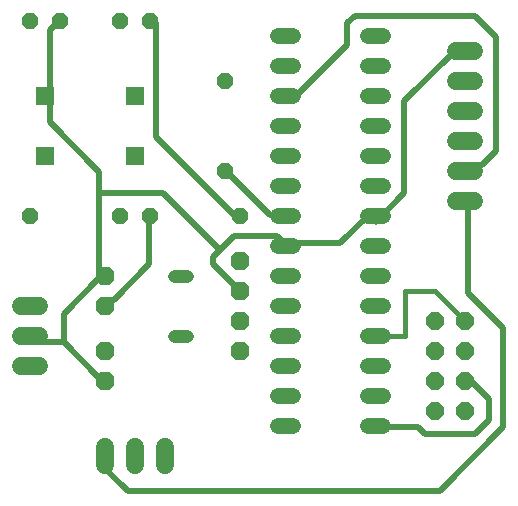
<source format=gbl>
G75*
%MOIN*%
%OFA0B0*%
%FSLAX25Y25*%
%IPPOS*%
%LPD*%
%AMOC8*
5,1,8,0,0,1.08239X$1,22.5*
%
%ADD10OC8,0.06300*%
%ADD11C,0.05200*%
%ADD12C,0.06000*%
%ADD13OC8,0.06000*%
%ADD14OC8,0.05200*%
%ADD15C,0.04400*%
%ADD16R,0.05906X0.05906*%
%ADD17C,0.01969*%
%ADD18C,0.01600*%
D10*
X0251000Y0111000D03*
X0251000Y0121000D03*
X0251000Y0136000D03*
X0251000Y0146000D03*
X0296000Y0141000D03*
X0296000Y0131000D03*
X0296000Y0121000D03*
X0296000Y0151000D03*
D11*
X0308400Y0146000D02*
X0313600Y0146000D01*
X0313600Y0136000D02*
X0308400Y0136000D01*
X0308400Y0126000D02*
X0313600Y0126000D01*
X0313600Y0116000D02*
X0308400Y0116000D01*
X0308400Y0106000D02*
X0313600Y0106000D01*
X0313600Y0096000D02*
X0308400Y0096000D01*
X0338400Y0096000D02*
X0343600Y0096000D01*
X0343600Y0106000D02*
X0338400Y0106000D01*
X0338400Y0116000D02*
X0343600Y0116000D01*
X0343600Y0126000D02*
X0338400Y0126000D01*
X0338400Y0136000D02*
X0343600Y0136000D01*
X0343600Y0146000D02*
X0338400Y0146000D01*
X0338400Y0156000D02*
X0343600Y0156000D01*
X0343600Y0166000D02*
X0338400Y0166000D01*
X0338400Y0176000D02*
X0343600Y0176000D01*
X0343600Y0186000D02*
X0338400Y0186000D01*
X0338400Y0196000D02*
X0343600Y0196000D01*
X0343600Y0206000D02*
X0338400Y0206000D01*
X0338400Y0216000D02*
X0343600Y0216000D01*
X0343600Y0226000D02*
X0338400Y0226000D01*
X0313600Y0226000D02*
X0308400Y0226000D01*
X0308400Y0216000D02*
X0313600Y0216000D01*
X0313600Y0206000D02*
X0308400Y0206000D01*
X0308400Y0196000D02*
X0313600Y0196000D01*
X0313600Y0186000D02*
X0308400Y0186000D01*
X0308400Y0176000D02*
X0313600Y0176000D01*
X0313600Y0166000D02*
X0308400Y0166000D01*
X0308400Y0156000D02*
X0313600Y0156000D01*
D12*
X0229000Y0116000D02*
X0223000Y0116000D01*
X0223000Y0126000D02*
X0229000Y0126000D01*
X0229000Y0136000D02*
X0223000Y0136000D01*
X0251000Y0089000D02*
X0251000Y0083000D01*
X0261000Y0083000D02*
X0261000Y0089000D01*
X0271000Y0089000D02*
X0271000Y0083000D01*
X0368000Y0171000D02*
X0374000Y0171000D01*
X0374000Y0181000D02*
X0368000Y0181000D01*
X0368000Y0191000D02*
X0374000Y0191000D01*
X0374000Y0201000D02*
X0368000Y0201000D01*
X0368000Y0211000D02*
X0374000Y0211000D01*
X0374000Y0221000D02*
X0368000Y0221000D01*
D13*
X0371000Y0131000D03*
X0361000Y0131000D03*
X0361000Y0121000D03*
X0371000Y0121000D03*
X0371000Y0111000D03*
X0361000Y0111000D03*
X0361000Y0101000D03*
X0371000Y0101000D03*
D14*
X0296000Y0166000D03*
X0291000Y0181000D03*
X0266000Y0166000D03*
X0256000Y0166000D03*
X0226000Y0166000D03*
X0291000Y0211000D03*
X0266000Y0231000D03*
X0256000Y0231000D03*
X0236000Y0231000D03*
X0226000Y0231000D03*
D15*
X0273800Y0146000D02*
X0278200Y0146000D01*
X0278200Y0126000D02*
X0273800Y0126000D01*
D16*
X0261000Y0186000D03*
X0261000Y0206000D03*
X0231000Y0206000D03*
X0231000Y0186000D03*
D17*
X0232496Y0197063D02*
X0249031Y0180528D01*
X0249031Y0173441D01*
X0270291Y0173441D01*
X0289189Y0154543D01*
X0286827Y0152181D01*
X0286827Y0149819D01*
X0293913Y0142732D01*
X0296000Y0141000D01*
X0289189Y0154543D02*
X0293913Y0159268D01*
X0308087Y0159268D01*
X0310449Y0156906D01*
X0311000Y0156000D01*
X0312811Y0156906D01*
X0329346Y0156906D01*
X0338795Y0166354D01*
X0341000Y0166000D01*
X0341157Y0163992D01*
X0350606Y0173441D01*
X0350606Y0204150D01*
X0367142Y0220685D01*
X0369504Y0220685D01*
X0371000Y0221000D01*
X0381315Y0225409D02*
X0381315Y0187614D01*
X0376591Y0182890D01*
X0371866Y0182890D01*
X0371000Y0181000D01*
X0371000Y0171000D02*
X0371866Y0168717D01*
X0371866Y0140370D01*
X0383677Y0128559D01*
X0383677Y0095488D01*
X0362417Y0074228D01*
X0258480Y0074228D01*
X0249031Y0083677D01*
X0251000Y0086000D01*
X0251000Y0111000D02*
X0249031Y0112024D01*
X0237220Y0123835D01*
X0237220Y0133283D01*
X0249031Y0145094D01*
X0251000Y0146000D01*
X0249031Y0147457D01*
X0249031Y0173441D01*
X0266000Y0166000D02*
X0265567Y0163992D01*
X0265567Y0149819D01*
X0253756Y0138008D01*
X0251394Y0138008D01*
X0251000Y0136000D01*
X0237220Y0123835D02*
X0227772Y0123835D01*
X0226000Y0126000D01*
X0267929Y0192339D02*
X0293913Y0166354D01*
X0296000Y0166000D01*
X0305724Y0166354D02*
X0291551Y0180528D01*
X0291000Y0181000D01*
X0305724Y0166354D02*
X0310449Y0166354D01*
X0311000Y0166000D01*
X0267929Y0192339D02*
X0267929Y0230134D01*
X0266000Y0231000D01*
X0236000Y0231000D02*
X0234858Y0230134D01*
X0232496Y0227772D01*
X0232496Y0206512D01*
X0231000Y0206000D01*
X0232496Y0204150D01*
X0232496Y0197063D01*
X0311000Y0206000D02*
X0312811Y0206512D01*
X0315173Y0206512D01*
X0331709Y0223047D01*
X0331709Y0230134D01*
X0334071Y0232496D01*
X0374228Y0232496D01*
X0381315Y0225409D01*
X0371866Y0112024D02*
X0371000Y0111000D01*
X0371866Y0112024D02*
X0378953Y0104937D01*
X0378953Y0097850D01*
X0374228Y0093126D01*
X0357693Y0093126D01*
X0355331Y0095488D01*
X0341157Y0095488D01*
X0341000Y0096000D01*
D18*
X0341000Y0126000D02*
X0351000Y0126000D01*
X0351000Y0141000D01*
X0361000Y0141000D01*
X0371000Y0131000D01*
M02*

</source>
